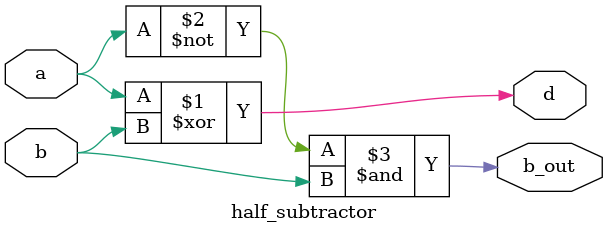
<source format=v>
module half_subtractor(input a,b, output d,b_out);
assign d=a^b;
assign b_out=~a&b;
endmodule

</source>
